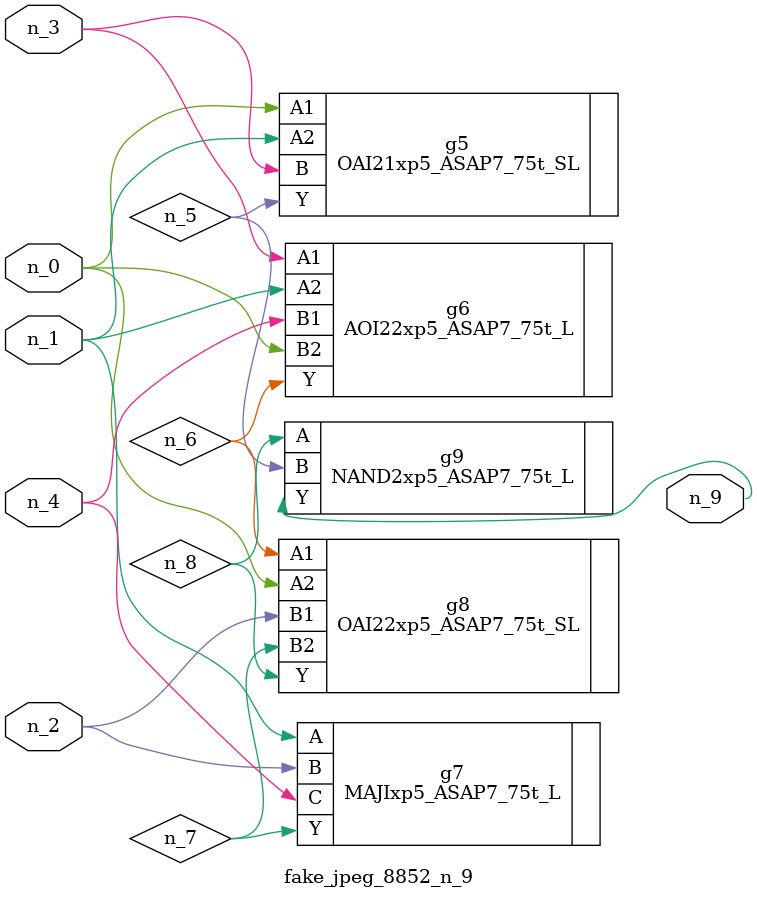
<source format=v>
module fake_jpeg_8852_n_9 (n_3, n_2, n_1, n_0, n_4, n_9);

input n_3;
input n_2;
input n_1;
input n_0;
input n_4;

output n_9;

wire n_8;
wire n_6;
wire n_5;
wire n_7;

OAI21xp5_ASAP7_75t_SL g5 ( 
.A1(n_0),
.A2(n_1),
.B(n_3),
.Y(n_5)
);

AOI22xp5_ASAP7_75t_L g6 ( 
.A1(n_3),
.A2(n_1),
.B1(n_4),
.B2(n_0),
.Y(n_6)
);

MAJIxp5_ASAP7_75t_L g7 ( 
.A(n_1),
.B(n_2),
.C(n_4),
.Y(n_7)
);

OAI22xp5_ASAP7_75t_SL g8 ( 
.A1(n_6),
.A2(n_0),
.B1(n_2),
.B2(n_7),
.Y(n_8)
);

NAND2xp5_ASAP7_75t_L g9 ( 
.A(n_8),
.B(n_5),
.Y(n_9)
);


endmodule
</source>
